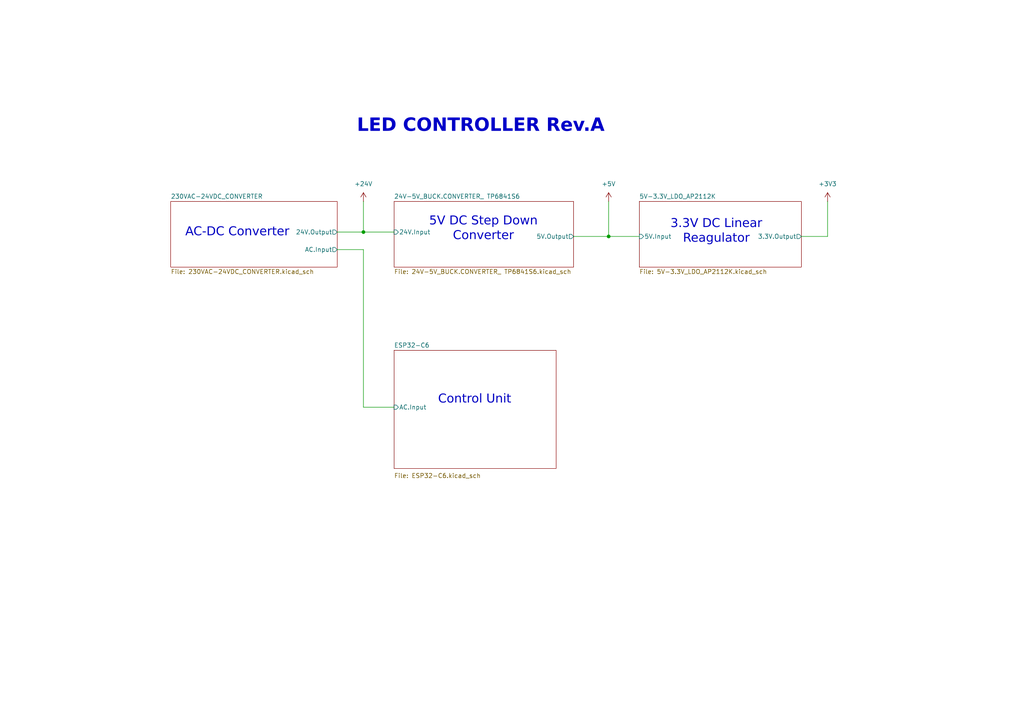
<source format=kicad_sch>
(kicad_sch (version 20250114) (generator "eeschema") (generator_version "9.0")
  (paper "A4")
  (lib_symbols
    (symbol "power:+24V" (power) (pin_numbers (hide yes)) (pin_names (offset 0) (hide yes))
      (property "Value" "+24V" (at 0 3.556 0))
      (symbol "+24V_0_1"
        (polyline (pts (xy -0.762 1.27) (xy 0 2.54)))
        (polyline (pts (xy 0 2.54) (xy 0.762 1.27)))
        (polyline (pts (xy 0 0) (xy 0 2.54)))
      )
      (symbol "+24V_1_1"
        (pin power_in line (at 0 0 90) (length 0) (name "~") (number "1"))
      )
    )
    (symbol "power:+3V3" (power) (pin_numbers (hide yes)) (pin_names (offset 0) (hide yes))
      (property "Value" "+3V3" (at 0 3.556 0))
      (symbol "+3V3_0_1"
        (polyline (pts (xy -0.762 1.27) (xy 0 2.54)))
        (polyline (pts (xy 0 2.54) (xy 0.762 1.27)))
        (polyline (pts (xy 0 0) (xy 0 2.54)))
      )
      (symbol "+3V3_1_1"
        (pin power_in line (at 0 0 90) (length 0) (name "~") (number "1"))
      )
    )
    (symbol "power:+5V" (power) (pin_numbers (hide yes)) (pin_names (offset 0) (hide yes))
      (property "Value" "+5V" (at 0 3.556 0))
      (symbol "+5V_0_1"
        (polyline (pts (xy -0.762 1.27) (xy 0 2.54)))
        (polyline (pts (xy 0 2.54) (xy 0.762 1.27)))
        (polyline (pts (xy 0 0) (xy 0 2.54)))
      )
      (symbol "+5V_1_1"
        (pin power_in line (at 0 0 90) (length 0) (name "~") (number "1"))
      )
    )
  )
  (text "3.3V DC Linear\nReagulator" (at 207.772 67.818 0) (effects (font (size 2.54 2.54))))
  (text "AC-DC Converter" (at 68.834 68.072 0) (effects (font (size 2.54 2.54))))
  (text "Control Unit" (at 137.668 116.586 0) (effects (font (size 2.54 2.54))))
  (text "LED CONTROLLER Rev.A" (at 139.446 37.592 0) (effects (font (size 3.81 3.81) (bold yes))))
  (text "5V DC Step Down\nConverter" (at 140.208 67.056 0) (effects (font (size 2.54 2.54))))
  (junction (at 176.53 68.58))
  (junction (at 105.41 67.31))
  (wire (pts (xy 97.79 67.31) (xy 105.41 67.31)))
  (wire (pts (xy 105.41 118.11) (xy 114.3 118.11)))
  (wire (pts (xy 176.53 68.58) (xy 185.42 68.58)))
  (wire (pts (xy 240.03 68.58) (xy 232.41 68.58)))
  (wire (pts (xy 176.53 58.42) (xy 176.53 68.58)))
  (wire (pts (xy 97.79 72.39) (xy 105.41 72.39)))
  (wire (pts (xy 240.03 58.42) (xy 240.03 68.58)))
  (wire (pts (xy 105.41 67.31) (xy 114.3 67.31)))
  (wire (pts (xy 166.37 68.58) (xy 176.53 68.58)))
  (wire (pts (xy 105.41 58.42) (xy 105.41 67.31)))
  (wire (pts (xy 105.41 72.39) (xy 105.41 118.11)))
  (symbol (lib_id "power:+3V3") (at 240.03 58.42 0) (unit 1)
    (property "Reference" "#PWR041" (effects (hide yes)))
    (property "Value" "+3V3" (at 240.03 53.34 0))
    (property "Description" "Power symbol creates a global label with name \"+3V3\"" (effects (hide yes)))
  )
  (symbol (lib_id "power:+5V") (at 176.53 58.42 0) (unit 1)
    (property "Reference" "#PWR042" (effects (hide yes)))
    (property "Value" "+5V" (at 176.53 53.34 0))
    (property "Description" "Power symbol creates a global label with name \"+5V\"" (effects (hide yes)))
  )
  (symbol (lib_id "power:+24V") (at 105.41 58.42 0) (unit 1)
    (property "Reference" "#PWR043" (effects (hide yes)))
    (property "Value" "+24V" (at 105.41 53.34 0))
    (property "Description" "Power symbol creates a global label with name \"+24V\"" (effects (hide yes)))
  )
  (sheet (at 114.3 101.6) (size 46.99 34.29) (stroke (width 0.1524)) (fill (color 255 255 255 1.0000))
    (property "Sheetname" "ESP32-C6" (at 114.3 100.8884 0) (effects (justify left bottom)))
    (property "Sheetfile" "ESP32-C6.kicad_sch" (at 114.3 137.2366 0) (effects (justify left top)))
    (pin "AC.Input" input (at 114.3 118.11 180))
  )
  (sheet (at 49.53 58.42) (size 48.26 19.05) (stroke (width 0.1524)) (fill (color 255 255 255 1.0000))
    (property "Sheetname" "230VAC-24VDC_CONVERTER" (at 49.53 57.7084 0) (effects (justify left bottom)))
    (property "Sheetfile" "230VAC-24VDC_CONVERTER.kicad_sch" (at 49.53 78.0546 0) (effects (justify left top)))
    (pin "AC.Input" output (at 97.79 72.39 0))
    (pin "24V.Output" output (at 97.79 67.31 0))
  )
  (sheet (at 114.3 58.42) (size 52.07 19.05) (stroke (width 0.1524)) (fill (color 255 255 255 1.0000))
    (property "Sheetname" "24V-5V_BUCK.CONVERTER_ TP6841S6" (at 114.3 57.7084 0) (effects (justify left bottom)))
    (property "Sheetfile" "24V-5V_BUCK.CONVERTER_ TP6841S6.kicad_sch" (at 114.3 78.0546 0) (effects (justify left top)))
    (pin "5V.Output" output (at 166.37 68.58 0))
    (pin "24V.Input" input (at 114.3 67.31 180))
  )
  (sheet (at 185.42 58.42) (size 46.99 19.05) (stroke (width 0.1524)) (fill (color 255 255 255 1.0000))
    (property "Sheetname" "5V-3.3V_LDO_AP2112K" (at 185.42 57.7084 0) (effects (justify left bottom)))
    (property "Sheetfile" "5V-3.3V_LDO_AP2112K.kicad_sch" (at 185.42 78.0546 0) (effects (justify left top)))
    (pin "5V.Input" input (at 185.42 68.58 180))
    (pin "3.3V.Output" output (at 232.41 68.58 0))
  )
)
</source>
